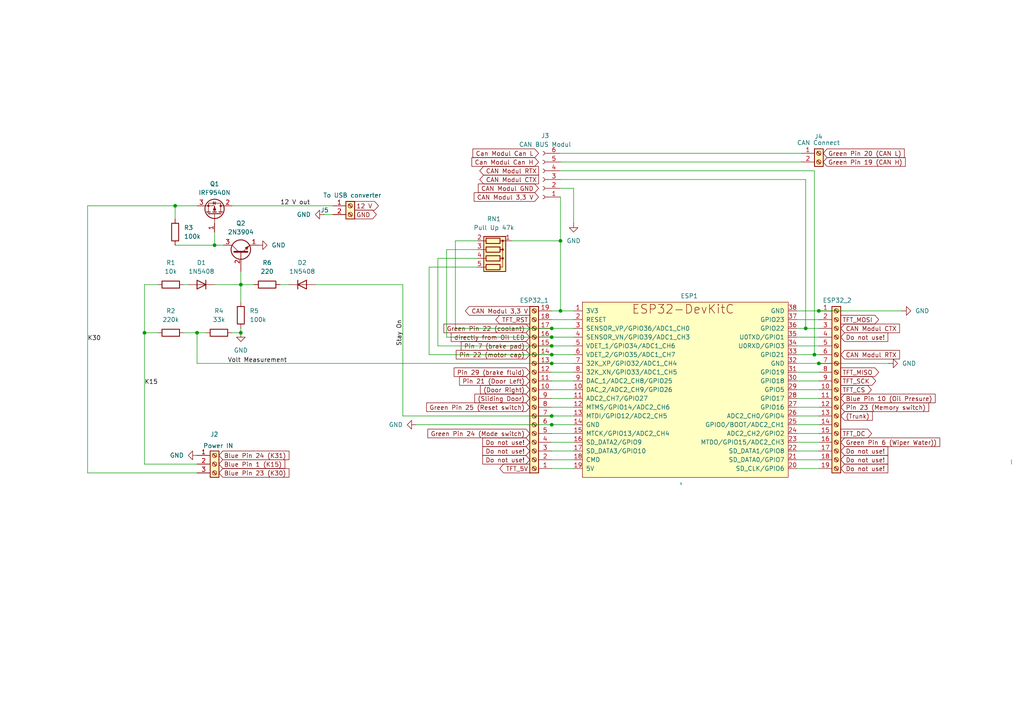
<source format=kicad_sch>
(kicad_sch (version 20231120) (generator "eeschema") (generator_version "8.0")
  (paper "A4")
  (lib_symbols
    (symbol "Connector:Conn_01x06_Socket" (pin_names (offset 1.016) hide)
      (property "Reference" "J" (at 0 7.62 0))
      (property "Value" "Conn_01x06_Socket" (at 0 -10.16 0))
      (symbol "Conn_01x06_Socket_1_1"
        (arc (start 0 -7.112) (mid -0.5058 -7.62) (end 0 -8.128) (stroke (width 0.1524)))
        (arc (start 0 -4.572) (mid -0.5058 -5.08) (end 0 -5.588) (stroke (width 0.1524)))
        (arc (start 0 -2.032) (mid -0.5058 -2.54) (end 0 -3.048) (stroke (width 0.1524)))
        (polyline (pts (xy -1.27 -7.62) (xy -0.508 -7.62)) (stroke (width 0.1524)))
        (polyline (pts (xy -1.27 -5.08) (xy -0.508 -5.08)) (stroke (width 0.1524)))
        (polyline (pts (xy -1.27 -2.54) (xy -0.508 -2.54)) (stroke (width 0.1524)))
        (polyline (pts (xy -1.27 0) (xy -0.508 0)) (stroke (width 0.1524)))
        (polyline (pts (xy -1.27 2.54) (xy -0.508 2.54)) (stroke (width 0.1524)))
        (polyline (pts (xy -1.27 5.08) (xy -0.508 5.08)) (stroke (width 0.1524)))
        (arc (start 0 0.508) (mid -0.5058 0) (end 0 -0.508) (stroke (width 0.1524)))
        (arc (start 0 3.048) (mid -0.5058 2.54) (end 0 2.032) (stroke (width 0.1524)))
        (arc (start 0 5.588) (mid -0.5058 5.08) (end 0 4.572) (stroke (width 0.1524)))
        (pin passive line (at -5.08 5.08 0) (length 3.81) (name "Pin_1") (number "1"))
        (pin passive line (at -5.08 2.54 0) (length 3.81) (name "Pin_2") (number "2"))
        (pin passive line (at -5.08 0 0) (length 3.81) (name "Pin_3") (number "3"))
        (pin passive line (at -5.08 -2.54 0) (length 3.81) (name "Pin_4") (number "4"))
        (pin passive line (at -5.08 -5.08 0) (length 3.81) (name "Pin_5") (number "5"))
        (pin passive line (at -5.08 -7.62 0) (length 3.81) (name "Pin_6") (number "6"))
      )
    )
    (symbol "Connector:Screw_Terminal_01x02" (pin_names (offset 1.016) hide)
      (property "Reference" "J" (at 0 2.54 0))
      (property "Value" "Screw_Terminal_01x02" (at 0 -5.08 0))
      (symbol "Screw_Terminal_01x02_1_1"
        (rectangle (start -1.27 1.27) (end 1.27 -3.81) (stroke (width 0.254)) (fill (type background)))
        (circle (center 0 -2.54) (radius 0.635) (stroke (width 0.1524)))
        (polyline (pts (xy -0.5334 -2.2098) (xy 0.3302 -3.048)) (stroke (width 0.1524)))
        (polyline (pts (xy -0.5334 0.3302) (xy 0.3302 -0.508)) (stroke (width 0.1524)))
        (polyline (pts (xy -0.3556 -2.032) (xy 0.508 -2.8702)) (stroke (width 0.1524)))
        (polyline (pts (xy -0.3556 0.508) (xy 0.508 -0.3302)) (stroke (width 0.1524)))
        (circle (center 0 0) (radius 0.635) (stroke (width 0.1524)))
        (pin passive line (at -5.08 0 0) (length 3.81) (name "Pin_1") (number "1"))
        (pin passive line (at -5.08 -2.54 0) (length 3.81) (name "Pin_2") (number "2"))
      )
    )
    (symbol "Connector:Screw_Terminal_01x03" (pin_names (offset 1.016) hide)
      (property "Reference" "J" (at 0 5.08 0))
      (property "Value" "Screw_Terminal_01x03" (at 0 -5.08 0))
      (symbol "Screw_Terminal_01x03_1_1"
        (rectangle (start -1.27 3.81) (end 1.27 -3.81) (stroke (width 0.254)) (fill (type background)))
        (circle (center 0 -2.54) (radius 0.635) (stroke (width 0.1524)))
        (polyline (pts (xy -0.5334 -2.2098) (xy 0.3302 -3.048)) (stroke (width 0.1524)))
        (polyline (pts (xy -0.5334 0.3302) (xy 0.3302 -0.508)) (stroke (width 0.1524)))
        (polyline (pts (xy -0.5334 2.8702) (xy 0.3302 2.032)) (stroke (width 0.1524)))
        (polyline (pts (xy -0.3556 -2.032) (xy 0.508 -2.8702)) (stroke (width 0.1524)))
        (polyline (pts (xy -0.3556 0.508) (xy 0.508 -0.3302)) (stroke (width 0.1524)))
        (polyline (pts (xy -0.3556 3.048) (xy 0.508 2.2098)) (stroke (width 0.1524)))
        (circle (center 0 0) (radius 0.635) (stroke (width 0.1524)))
        (circle (center 0 2.54) (radius 0.635) (stroke (width 0.1524)))
        (pin passive line (at -5.08 2.54 0) (length 3.81) (name "Pin_1") (number "1"))
        (pin passive line (at -5.08 0 0) (length 3.81) (name "Pin_2") (number "2"))
        (pin passive line (at -5.08 -2.54 0) (length 3.81) (name "Pin_3") (number "3"))
      )
    )
    (symbol "Connector:Screw_Terminal_01x19" (pin_names (offset 1.016) hide)
      (property "Reference" "J" (at 0 25.4 0))
      (property "Value" "Screw_Terminal_01x19" (at 0 -25.4 0))
      (symbol "Screw_Terminal_01x19_1_1"
        (rectangle (start -1.27 24.13) (end 1.27 -24.13) (stroke (width 0.254)) (fill (type background)))
        (circle (center 0 -22.86) (radius 0.635) (stroke (width 0.1524)))
        (circle (center 0 -20.32) (radius 0.635) (stroke (width 0.1524)))
        (circle (center 0 -17.78) (radius 0.635) (stroke (width 0.1524)))
        (circle (center 0 -15.24) (radius 0.635) (stroke (width 0.1524)))
        (circle (center 0 -12.7) (radius 0.635) (stroke (width 0.1524)))
        (circle (center 0 -10.16) (radius 0.635) (stroke (width 0.1524)))
        (circle (center 0 -7.62) (radius 0.635) (stroke (width 0.1524)))
        (circle (center 0 -5.08) (radius 0.635) (stroke (width 0.1524)))
        (circle (center 0 -2.54) (radius 0.635) (stroke (width 0.1524)))
        (polyline (pts (xy -0.5334 -22.5298) (xy 0.3302 -23.368)) (stroke (width 0.1524)))
        (polyline (pts (xy -0.5334 -19.9898) (xy 0.3302 -20.828)) (stroke (width 0.1524)))
        (polyline (pts (xy -0.5334 -17.4498) (xy 0.3302 -18.288)) (stroke (width 0.1524)))
        (polyline (pts (xy -0.5334 -14.9098) (xy 0.3302 -15.748)) (stroke (width 0.1524)))
        (polyline (pts (xy -0.5334 -12.3698) (xy 0.3302 -13.208)) (stroke (width 0.1524)))
        (polyline (pts (xy -0.5334 -9.8298) (xy 0.3302 -10.668)) (stroke (width 0.1524)))
        (polyline (pts (xy -0.5334 -7.2898) (xy 0.3302 -8.128)) (stroke (width 0.1524)))
        (polyline (pts (xy -0.5334 -4.7498) (xy 0.3302 -5.588)) (stroke (width 0.1524)))
        (polyline (pts (xy -0.5334 -2.2098) (xy 0.3302 -3.048)) (stroke (width 0.1524)))
        (polyline (pts (xy -0.5334 0.3302) (xy 0.3302 -0.508)) (stroke (width 0.1524)))
        (polyline (pts (xy -0.5334 2.8702) (xy 0.3302 2.032)) (stroke (width 0.1524)))
        (polyline (pts (xy -0.5334 5.4102) (xy 0.3302 4.572)) (stroke (width 0.1524)))
        (polyline (pts (xy -0.5334 7.9502) (xy 0.3302 7.112)) (stroke (width 0.1524)))
        (polyline (pts (xy -0.5334 10.4902) (xy 0.3302 9.652)) (stroke (width 0.1524)))
        (polyline (pts (xy -0.5334 13.0302) (xy 0.3302 12.192)) (stroke (width 0.1524)))
        (polyline (pts (xy -0.5334 15.5702) (xy 0.3302 14.732)) (stroke (width 0.1524)))
        (polyline (pts (xy -0.5334 18.1102) (xy 0.3302 17.272)) (stroke (width 0.1524)))
        (polyline (pts (xy -0.5334 20.6502) (xy 0.3302 19.812)) (stroke (width 0.1524)))
        (polyline (pts (xy -0.5334 23.1902) (xy 0.3302 22.352)) (stroke (width 0.1524)))
        (polyline (pts (xy -0.3556 -22.352) (xy 0.508 -23.1902)) (stroke (width 0.1524)))
        (polyline (pts (xy -0.3556 -19.812) (xy 0.508 -20.6502)) (stroke (width 0.1524)))
        (polyline (pts (xy -0.3556 -17.272) (xy 0.508 -18.1102)) (stroke (width 0.1524)))
        (polyline (pts (xy -0.3556 -14.732) (xy 0.508 -15.5702)) (stroke (width 0.1524)))
        (polyline (pts (xy -0.3556 -12.192) (xy 0.508 -13.0302)) (stroke (width 0.1524)))
        (polyline (pts (xy -0.3556 -9.652) (xy 0.508 -10.4902)) (stroke (width 0.1524)))
        (polyline (pts (xy -0.3556 -7.112) (xy 0.508 -7.9502)) (stroke (width 0.1524)))
        (polyline (pts (xy -0.3556 -4.572) (xy 0.508 -5.4102)) (stroke (width 0.1524)))
        (polyline (pts (xy -0.3556 -2.032) (xy 0.508 -2.8702)) (stroke (width 0.1524)))
        (polyline (pts (xy -0.3556 0.508) (xy 0.508 -0.3302)) (stroke (width 0.1524)))
        (polyline (pts (xy -0.3556 3.048) (xy 0.508 2.2098)) (stroke (width 0.1524)))
        (polyline (pts (xy -0.3556 5.588) (xy 0.508 4.7498)) (stroke (width 0.1524)))
        (polyline (pts (xy -0.3556 8.128) (xy 0.508 7.2898)) (stroke (width 0.1524)))
        (polyline (pts (xy -0.3556 10.668) (xy 0.508 9.8298)) (stroke (width 0.1524)))
        (polyline (pts (xy -0.3556 13.208) (xy 0.508 12.3698)) (stroke (width 0.1524)))
        (polyline (pts (xy -0.3556 15.748) (xy 0.508 14.9098)) (stroke (width 0.1524)))
        (polyline (pts (xy -0.3556 18.288) (xy 0.508 17.4498)) (stroke (width 0.1524)))
        (polyline (pts (xy -0.3556 20.828) (xy 0.508 19.9898)) (stroke (width 0.1524)))
        (polyline (pts (xy -0.3556 23.368) (xy 0.508 22.5298)) (stroke (width 0.1524)))
        (circle (center 0 0) (radius 0.635) (stroke (width 0.1524)))
        (circle (center 0 2.54) (radius 0.635) (stroke (width 0.1524)))
        (circle (center 0 5.08) (radius 0.635) (stroke (width 0.1524)))
        (circle (center 0 7.62) (radius 0.635) (stroke (width 0.1524)))
        (circle (center 0 10.16) (radius 0.635) (stroke (width 0.1524)))
        (circle (center 0 12.7) (radius 0.635) (stroke (width 0.1524)))
        (circle (center 0 15.24) (radius 0.635) (stroke (width 0.1524)))
        (circle (center 0 17.78) (radius 0.635) (stroke (width 0.1524)))
        (circle (center 0 20.32) (radius 0.635) (stroke (width 0.1524)))
        (circle (center 0 22.86) (radius 0.635) (stroke (width 0.1524)))
        (pin passive line (at -5.08 22.86 0) (length 3.81) (name "Pin_1") (number "1"))
        (pin passive line (at -5.08 0 0) (length 3.81) (name "Pin_10") (number "10"))
        (pin passive line (at -5.08 -2.54 0) (length 3.81) (name "Pin_11") (number "11"))
        (pin passive line (at -5.08 -5.08 0) (length 3.81) (name "Pin_12") (number "12"))
        (pin passive line (at -5.08 -7.62 0) (length 3.81) (name "Pin_13") (number "13"))
        (pin passive line (at -5.08 -10.16 0) (length 3.81) (name "Pin_14") (number "14"))
        (pin passive line (at -5.08 -12.7 0) (length 3.81) (name "Pin_15") (number "15"))
        (pin passive line (at -5.08 -15.24 0) (length 3.81) (name "Pin_16") (number "16"))
        (pin passive line (at -5.08 -17.78 0) (length 3.81) (name "Pin_17") (number "17"))
        (pin passive line (at -5.08 -20.32 0) (length 3.81) (name "Pin_18") (number "18"))
        (pin passive line (at -5.08 -22.86 0) (length 3.81) (name "Pin_19") (number "19"))
        (pin passive line (at -5.08 20.32 0) (length 3.81) (name "Pin_2") (number "2"))
        (pin passive line (at -5.08 17.78 0) (length 3.81) (name "Pin_3") (number "3"))
        (pin passive line (at -5.08 15.24 0) (length 3.81) (name "Pin_4") (number "4"))
        (pin passive line (at -5.08 12.7 0) (length 3.81) (name "Pin_5") (number "5"))
        (pin passive line (at -5.08 10.16 0) (length 3.81) (name "Pin_6") (number "6"))
        (pin passive line (at -5.08 7.62 0) (length 3.81) (name "Pin_7") (number "7"))
        (pin passive line (at -5.08 5.08 0) (length 3.81) (name "Pin_8") (number "8"))
        (pin passive line (at -5.08 2.54 0) (length 3.81) (name "Pin_9") (number "9"))
      )
    )
    (symbol "Device:R" (pin_numbers hide) (pin_names (offset 0))
      (property "Reference" "R" (at 2.032 0 90))
      (property "Value" "R" (at 0 0 90))
      (symbol "R_0_1"
        (rectangle (start -1.016 -2.54) (end 1.016 2.54) (stroke (width 0.254)))
      )
      (symbol "R_1_1"
        (pin passive line (at 0 3.81 270) (length 1.27) (name "~") (number "1"))
        (pin passive line (at 0 -3.81 90) (length 1.27) (name "~") (number "2"))
      )
    )
    (symbol "Device:R_Network04" (pin_names (offset 0) hide)
      (property "Reference" "RN" (at -7.62 0 90))
      (property "Value" "R_Network04" (at 5.08 0 90))
      (symbol "R_Network04_0_1"
        (rectangle (start -6.35 -3.175) (end 3.81 3.175) (stroke (width 0.254)) (fill (type background)))
        (rectangle (start -5.842 1.524) (end -4.318 -2.54) (stroke (width 0.254)))
        (circle (center -5.08 2.286) (radius 0.254) (fill (type outline)))
        (rectangle (start -3.302 1.524) (end -1.778 -2.54) (stroke (width 0.254)))
        (circle (center -2.54 2.286) (radius 0.254) (fill (type outline)))
        (rectangle (start -0.762 1.524) (end 0.762 -2.54) (stroke (width 0.254)))
        (polyline (pts (xy -5.08 -2.54) (xy -5.08 -3.81)))
        (polyline (pts (xy -2.54 -2.54) (xy -2.54 -3.81)))
        (polyline (pts (xy 0 -2.54) (xy 0 -3.81)))
        (polyline (pts (xy 2.54 -2.54) (xy 2.54 -3.81)))
        (polyline (pts (xy -5.08 1.524) (xy -5.08 2.286) (xy -2.54 2.286) (xy -2.54 1.524)))
        (polyline (pts (xy -2.54 1.524) (xy -2.54 2.286) (xy 0 2.286) (xy 0 1.524)))
        (polyline (pts (xy 0 1.524) (xy 0 2.286) (xy 2.54 2.286) (xy 2.54 1.524)))
        (circle (center 0 2.286) (radius 0.254) (fill (type outline)))
        (rectangle (start 1.778 1.524) (end 3.302 -2.54) (stroke (width 0.254)))
      )
      (symbol "R_Network04_1_1"
        (pin passive line (at -5.08 5.08 270) (length 2.54) (name "common") (number "1"))
        (pin passive line (at -5.08 -5.08 90) (length 1.27) (name "R1") (number "2"))
        (pin passive line (at -2.54 -5.08 90) (length 1.27) (name "R2") (number "3"))
        (pin passive line (at 0 -5.08 90) (length 1.27) (name "R3") (number "4"))
        (pin passive line (at 2.54 -5.08 90) (length 1.27) (name "R4") (number "5"))
      )
    )
    (symbol "Diode:1N5408" (pin_numbers hide) (pin_names hide)
      (property "Reference" "D" (at 0 2.54 0))
      (property "Value" "1N5408" (at 0 -2.54 0))
      (symbol "1N5408_0_1"
        (polyline (pts (xy -1.27 1.27) (xy -1.27 -1.27)) (stroke (width 0.254)))
        (polyline (pts (xy 1.27 0) (xy -1.27 0)))
        (polyline (pts (xy 1.27 1.27) (xy 1.27 -1.27) (xy -1.27 0) (xy 1.27 1.27)) (stroke (width 0.254)))
      )
      (symbol "1N5408_1_1"
        (pin passive line (at -3.81 0 0) (length 2.54) (name "K") (number "1"))
        (pin passive line (at 3.81 0 180) (length 2.54) (name "A") (number "2"))
      )
    )
    (symbol "PCM_Espressif:ESP32-DevKitC" (pin_names (offset 1.016))
      (property "Reference" "ESP32" (at -2.794 23.114 0))
      (symbol "ESP32-DevKitC_0_0"
        (text "ESP32-DevKitC" (at 1.27 -23.368 0) (effects (font (size 2.54 2.54))))
        (pin power_in line (at 33.02 10.16 180) (length 2.54) (name "GND") (number "14"))
        (pin power_in line (at 33.02 22.86 180) (length 2.54) (name "5V") (number "19"))
      )
      (symbol "ESP32-DevKitC_0_1"
        (rectangle (start -29.21 25.4) (end 30.48 -25.4) (fill (type background)))
      )
      (symbol "ESP32-DevKitC_1_1"
        (pin power_in line (at 33.02 -22.86 180) (length 2.54) (name "3V3") (number "1"))
        (pin bidirectional line (at 33.02 0 180) (length 2.54) (name "DAC_2/ADC2_CH9/GPIO26") (number "10"))
        (pin bidirectional line (at 33.02 2.54 180) (length 2.54) (name "ADC2_CH7/GPIO27") (number "11"))
        (pin bidirectional line (at 33.02 5.08 180) (length 2.54) (name "MTMS/GPIO14/ADC2_CH6") (number "12"))
        (pin bidirectional line (at 33.02 7.62 180) (length 2.54) (name "MTDI/GPIO12/ADC2_CH5") (number "13"))
        (pin bidirectional line (at 33.02 12.7 180) (length 2.54) (name "MTCK/GPIO13/ADC2_CH4") (number "15"))
        (pin bidirectional line (at 33.02 15.24 180) (length 2.54) (name "SD_DATA2/GPIO9") (number "16"))
        (pin bidirectional line (at 33.02 17.78 180) (length 2.54) (name "SD_DATA3/GPIO10") (number "17"))
        (pin bidirectional line (at 33.02 20.32 180) (length 2.54) (name "CMD") (number "18"))
        (pin input line (at 33.02 -20.32 180) (length 2.54) (name "RESET") (number "2"))
        (pin bidirectional line (at -31.75 22.86 0) (length 2.54) (name "SD_CLK/GPIO6") (number "20"))
        (pin bidirectional line (at -31.75 20.32 0) (length 2.54) (name "SD_DATA0/GPIO7") (number "21"))
        (pin bidirectional line (at -31.75 17.78 0) (length 2.54) (name "SD_DATA1/GPIO8") (number "22"))
        (pin bidirectional line (at -31.75 15.24 0) (length 2.54) (name "MTDO/GPIO15/ADC2_CH3") (number "23"))
        (pin bidirectional line (at -31.75 12.7 0) (length 2.54) (name "ADC2_CH2/GPIO2") (number "24"))
        (pin bidirectional line (at -31.75 10.16 0) (length 2.54) (name "GPIO0/BOOT/ADC2_CH1") (number "25"))
        (pin bidirectional line (at -31.75 7.62 0) (length 2.54) (name "ADC2_CH0/GPIO4") (number "26"))
        (pin bidirectional line (at -31.75 5.08 0) (length 2.54) (name "GPIO16") (number "27"))
        (pin bidirectional line (at -31.75 2.54 0) (length 2.54) (name "GPIO17") (number "28"))
        (pin bidirectional line (at -31.75 0 0) (length 2.54) (name "GPIO5") (number "29"))
        (pin input line (at 33.02 -17.78 180) (length 2.54) (name "SENSOR_VP/GPIO36/ADC1_CH0") (number "3"))
        (pin bidirectional line (at -31.75 -2.54 0) (length 2.54) (name "GPIO18") (number "30"))
        (pin bidirectional line (at -31.75 -5.08 0) (length 2.54) (name "GPIO19") (number "31"))
        (pin passive line (at -31.75 -7.62 0) (length 2.54) (name "GND") (number "32"))
        (pin bidirectional line (at -31.75 -10.16 0) (length 2.54) (name "GPIO21") (number "33"))
        (pin bidirectional line (at -31.75 -12.7 0) (length 2.54) (name "U0RXD/GPIO3") (number "34"))
        (pin bidirectional line (at -31.75 -15.24 0) (length 2.54) (name "U0TXD/GPIO1") (number "35"))
        (pin bidirectional line (at -31.75 -17.78 0) (length 2.54) (name "GPIO22") (number "36"))
        (pin bidirectional line (at -31.75 -20.32 0) (length 2.54) (name "GPIO23") (number "37"))
        (pin passive line (at -31.75 -22.86 0) (length 2.54) (name "GND") (number "38"))
        (pin input line (at 33.02 -15.24 180) (length 2.54) (name "SENSOR_VN/GPIO39/ADC1_CH3") (number "4"))
        (pin input line (at 33.02 -12.7 180) (length 2.54) (name "VDET_1/GPIO34/ADC1_CH6") (number "5"))
        (pin input line (at 33.02 -10.16 180) (length 2.54) (name "VDET_2/GPIO35/ADC1_CH7") (number "6"))
        (pin bidirectional line (at 33.02 -7.62 180) (length 2.54) (name "32K_XP/GPIO32/ADC1_CH4") (number "7"))
        (pin bidirectional line (at 33.02 -5.08 180) (length 2.54) (name "32K_XN/GPIO33/ADC1_CH5") (number "8"))
        (pin bidirectional line (at 33.02 -2.54 180) (length 2.54) (name "DAC_1/ADC2_CH8/GPIO25") (number "9"))
      )
    )
    (symbol "Transistor_BJT:2N3904" (pin_names (offset 0) hide)
      (property "Reference" "Q" (at 5.08 1.905 0))
      (property "Value" "2N3904" (at 5.08 0 0))
      (symbol "2N3904_0_1"
        (polyline (pts (xy 0.635 0.635) (xy 2.54 2.54)))
        (polyline (pts (xy 0.635 -0.635) (xy 2.54 -2.54) (xy 2.54 -2.54)))
        (polyline (pts (xy 0.635 1.905) (xy 0.635 -1.905) (xy 0.635 -1.905)) (stroke (width 0.508)))
        (polyline (pts (xy 1.27 -1.778) (xy 1.778 -1.27) (xy 2.286 -2.286) (xy 1.27 -1.778) (xy 1.27 -1.778)) (fill (type outline)))
        (circle (center 1.27 0) (radius 2.8194) (stroke (width 0.254)))
      )
      (symbol "2N3904_1_1"
        (pin passive line (at 2.54 -5.08 90) (length 2.54) (name "E") (number "1"))
        (pin passive line (at -5.08 0 0) (length 5.715) (name "B") (number "2"))
        (pin passive line (at 2.54 5.08 270) (length 2.54) (name "C") (number "3"))
      )
    )
    (symbol "Transistor_FET:IRF9540N" (pin_names hide)
      (property "Reference" "Q" (at 5.08 1.905 0))
      (property "Value" "IRF9540N" (at 5.08 0 0))
      (symbol "IRF9540N_0_1"
        (polyline (pts (xy 0.254 0) (xy -2.54 0)))
        (polyline (pts (xy 0.254 1.905) (xy 0.254 -1.905)) (stroke (width 0.254)))
        (polyline (pts (xy 0.762 -1.27) (xy 0.762 -2.286)) (stroke (width 0.254)))
        (polyline (pts (xy 0.762 0.508) (xy 0.762 -0.508)) (stroke (width 0.254)))
        (polyline (pts (xy 0.762 2.286) (xy 0.762 1.27)) (stroke (width 0.254)))
        (polyline (pts (xy 2.54 2.54) (xy 2.54 1.778)))
        (polyline (pts (xy 2.54 -2.54) (xy 2.54 0) (xy 0.762 0)))
        (polyline (pts (xy 0.762 1.778) (xy 3.302 1.778) (xy 3.302 -1.778) (xy 0.762 -1.778)))
        (polyline (pts (xy 2.286 0) (xy 1.27 0.381) (xy 1.27 -0.381) (xy 2.286 0)) (fill (type outline)))
        (polyline (pts (xy 2.794 -0.508) (xy 2.921 -0.381) (xy 3.683 -0.381) (xy 3.81 -0.254)))
        (polyline (pts (xy 3.302 -0.381) (xy 2.921 0.254) (xy 3.683 0.254) (xy 3.302 -0.381)))
        (circle (center 1.651 0) (radius 2.794) (stroke (width 0.254)))
        (circle (center 2.54 -1.778) (radius 0.254) (fill (type outline)))
        (circle (center 2.54 1.778) (radius 0.254) (fill (type outline)))
      )
      (symbol "IRF9540N_1_1"
        (pin input line (at -5.08 0 0) (length 2.54) (name "G") (number "1"))
        (pin passive line (at 2.54 5.08 270) (length 2.54) (name "D") (number "2"))
        (pin passive line (at 2.54 -5.08 90) (length 2.54) (name "S") (number "3"))
      )
    )
    (symbol "power:GND" (power) (pin_numbers hide) (pin_names (offset 0) hide)
      (property "Value" "GND" (at 0 -3.81 0))
      (symbol "GND_0_1"
        (polyline (pts (xy 0 0) (xy 0 -1.27) (xy 1.27 -1.27) (xy 0 -2.54) (xy -1.27 -1.27) (xy 0 -1.27)))
      )
      (symbol "GND_1_1"
        (pin power_in line (at 0 0 270) (length 0) (name "~") (number "1"))
      )
    )
  )
  (junction (at 160.02 102.87))
  (junction (at 160.02 123.19))
  (junction (at 160.02 120.65))
  (junction (at 233.68 95.25))
  (junction (at 237.49 90.17))
  (junction (at 162.56 69.85))
  (junction (at 41.91 96.52))
  (junction (at 237.49 105.41))
  (junction (at 160.02 105.41))
  (junction (at 160.02 95.25))
  (junction (at 50.8 59.69))
  (junction (at 57.15 96.52))
  (junction (at 69.85 82.55))
  (junction (at 162.56 90.17))
  (junction (at 69.85 96.52))
  (junction (at 62.23 71.12))
  (junction (at 236.22 102.87))
  (junction (at 160.02 100.33))
  (junction (at 160.02 97.79))
  (wire (pts (xy 64.77 71.12) (xy 62.23 71.12)))
  (wire (pts (xy 50.8 59.69) (xy 50.8 63.5)))
  (wire (pts (xy 166.37 133.35) (xy 160.02 133.35)))
  (wire (pts (xy 57.15 105.41) (xy 160.02 105.41)))
  (wire (pts (xy 81.28 82.55) (xy 83.82 82.55)))
  (wire (pts (xy 120.65 123.19) (xy 160.02 123.19)))
  (wire (pts (xy 237.49 115.57) (xy 231.14 115.57)))
  (wire (pts (xy 162.56 69.85) (xy 162.56 90.17)))
  (wire (pts (xy 127 74.93) (xy 138.43 74.93)))
  (wire (pts (xy 237.49 105.41) (xy 257.81 105.41)))
  (wire (pts (xy 237.49 120.65) (xy 231.14 120.65)))
  (wire (pts (xy 162.56 44.45) (xy 232.41 44.45)))
  (wire (pts (xy 41.91 82.55) (xy 45.72 82.55)))
  (wire (pts (xy 162.56 46.99) (xy 232.41 46.99)))
  (wire (pts (xy 25.4 59.69) (xy 50.8 59.69)))
  (wire (pts (xy 57.15 134.62) (xy 41.91 134.62)))
  (wire (pts (xy 166.37 130.81) (xy 160.02 130.81)))
  (wire (pts (xy 237.49 133.35) (xy 231.14 133.35)))
  (wire (pts (xy 69.85 82.55) (xy 73.66 82.55)))
  (wire (pts (xy 132.08 69.85) (xy 138.43 69.85)))
  (wire (pts (xy 233.68 52.07) (xy 162.56 52.07)))
  (wire (pts (xy 231.14 90.17) (xy 237.49 90.17)))
  (wire (pts (xy 62.23 67.31) (xy 62.23 71.12)))
  (wire (pts (xy 237.49 118.11) (xy 231.14 118.11)))
  (wire (pts (xy 233.68 52.07) (xy 233.68 95.25)))
  (wire (pts (xy 57.15 137.16) (xy 25.4 137.16)))
  (wire (pts (xy 132.08 95.25) (xy 160.02 95.25)))
  (wire (pts (xy 41.91 96.52) (xy 45.72 96.52)))
  (wire (pts (xy 166.37 92.71) (xy 160.02 92.71)))
  (wire (pts (xy 160.02 123.19) (xy 166.37 123.19)))
  (wire (pts (xy 237.49 130.81) (xy 231.14 130.81)))
  (wire (pts (xy 293.37 134.62) (xy 293.37 133.35)))
  (wire (pts (xy 67.31 59.69) (xy 96.52 59.69)))
  (wire (pts (xy 237.49 125.73) (xy 231.14 125.73)))
  (wire (pts (xy 160.02 100.33) (xy 166.37 100.33)))
  (wire (pts (xy 160.02 120.65) (xy 166.37 120.65)))
  (wire (pts (xy 162.56 90.17) (xy 160.02 90.17)))
  (wire (pts (xy 236.22 49.53) (xy 236.22 102.87)))
  (wire (pts (xy 69.85 82.55) (xy 69.85 87.63)))
  (wire (pts (xy 166.37 128.27) (xy 160.02 128.27)))
  (wire (pts (xy 148.59 69.85) (xy 162.56 69.85)))
  (wire (pts (xy 67.31 96.52) (xy 69.85 96.52)))
  (wire (pts (xy 166.37 54.61) (xy 166.37 64.77)))
  (wire (pts (xy 50.8 59.69) (xy 57.15 59.69)))
  (wire (pts (xy 166.37 125.73) (xy 160.02 125.73)))
  (wire (pts (xy 231.14 95.25) (xy 233.68 95.25)))
  (wire (pts (xy 124.46 102.87) (xy 160.02 102.87)))
  (wire (pts (xy 69.85 95.25) (xy 69.85 96.52)))
  (wire (pts (xy 127 100.33) (xy 160.02 100.33)))
  (wire (pts (xy 166.37 118.11) (xy 160.02 118.11)))
  (wire (pts (xy 53.34 82.55) (xy 54.61 82.55)))
  (wire (pts (xy 237.49 128.27) (xy 231.14 128.27)))
  (wire (pts (xy 237.49 135.89) (xy 231.14 135.89)))
  (wire (pts (xy 160.02 102.87) (xy 166.37 102.87)))
  (wire (pts (xy 129.54 72.39) (xy 138.43 72.39)))
  (wire (pts (xy 166.37 90.17) (xy 162.56 90.17)))
  (wire (pts (xy 231.14 102.87) (xy 236.22 102.87)))
  (wire (pts (xy 41.91 82.55) (xy 41.91 96.52)))
  (wire (pts (xy 62.23 82.55) (xy 69.85 82.55)))
  (wire (pts (xy 116.84 120.65) (xy 160.02 120.65)))
  (wire (pts (xy 237.49 110.49) (xy 231.14 110.49)))
  (wire (pts (xy 57.15 96.52) (xy 59.69 96.52)))
  (wire (pts (xy 91.44 82.55) (xy 116.84 82.55)))
  (wire (pts (xy 162.56 57.15) (xy 162.56 69.85)))
  (wire (pts (xy 129.54 72.39) (xy 129.54 97.79)))
  (wire (pts (xy 116.84 82.55) (xy 116.84 120.65)))
  (wire (pts (xy 233.68 95.25) (xy 237.49 95.25)))
  (wire (pts (xy 162.56 54.61) (xy 166.37 54.61)))
  (wire (pts (xy 129.54 97.79) (xy 160.02 97.79)))
  (wire (pts (xy 237.49 100.33) (xy 231.14 100.33)))
  (wire (pts (xy 237.49 107.95) (xy 231.14 107.95)))
  (wire (pts (xy 237.49 123.19) (xy 231.14 123.19)))
  (wire (pts (xy 124.46 77.47) (xy 138.43 77.47)))
  (wire (pts (xy 166.37 110.49) (xy 160.02 110.49)))
  (wire (pts (xy 53.34 96.52) (xy 57.15 96.52)))
  (wire (pts (xy 166.37 135.89) (xy 160.02 135.89)))
  (wire (pts (xy 231.14 105.41) (xy 237.49 105.41)))
  (wire (pts (xy 162.56 49.53) (xy 236.22 49.53)))
  (wire (pts (xy 50.8 71.12) (xy 62.23 71.12)))
  (wire (pts (xy 57.15 96.52) (xy 57.15 105.41)))
  (wire (pts (xy 237.49 97.79) (xy 231.14 97.79)))
  (wire (pts (xy 237.49 92.71) (xy 231.14 92.71)))
  (wire (pts (xy 160.02 97.79) (xy 166.37 97.79)))
  (wire (pts (xy 160.02 105.41) (xy 166.37 105.41)))
  (wire (pts (xy 96.52 62.23) (xy 93.98 62.23)))
  (wire (pts (xy 237.49 90.17) (xy 261.62 90.17)))
  (wire (pts (xy 237.49 113.03) (xy 231.14 113.03)))
  (wire (pts (xy 25.4 59.69) (xy 25.4 137.16)))
  (wire (pts (xy 69.85 78.74) (xy 69.85 82.55)))
  (wire (pts (xy 132.08 95.25) (xy 132.08 69.85)))
  (wire (pts (xy 236.22 102.87) (xy 237.49 102.87)))
  (wire (pts (xy 160.02 95.25) (xy 166.37 95.25)))
  (wire (pts (xy 41.91 96.52) (xy 41.91 134.62)))
  (wire (pts (xy 166.37 113.03) (xy 160.02 113.03)))
  (wire (pts (xy 124.46 77.47) (xy 124.46 102.87)))
  (wire (pts (xy 127 74.93) (xy 127 100.33)))
  (wire (pts (xy 166.37 107.95) (xy 160.02 107.95)))
  (wire (pts (xy 166.37 115.57) (xy 160.02 115.57)))
  (label "12 V out" (at 81.28 59.69 0))
  (label "Stay On" (at 116.84 100.33 90))
  (label "K30" (at 25.4 99.06 0))
  (label "K15" (at 41.91 111.76 0))
  (label "Volt Measurement" (at 66.04 105.41 0))
  (global_label "(Sliding Door)" (shape input) (at 153.67 115.57 180) (property "Intersheetrefs" "${INTERSHEET_REFS}" (effects (hide yes))))
  (global_label "(Trunk)" (shape input) (at 243.84 120.65 0) (property "Intersheetrefs" "${INTERSHEET_REFS}" (effects (hide yes))))
  (global_label "Pin 23 (Memory switch)" (shape input) (at 243.84 118.11 0) (property "Intersheetrefs" "${INTERSHEET_REFS}" (effects (hide yes))))
  (global_label "Do not use!" (shape input) (at 153.67 133.35 180) (property "Intersheetrefs" "${INTERSHEET_REFS}" (effects (hide yes))))
  (global_label "TFT_SCK" (shape output) (at 243.84 110.49 0) (property "Intersheetrefs" "${INTERSHEET_REFS}" (effects (hide yes))))
  (global_label "CAN Modul CTX" (shape input) (at 243.84 95.25 0) (property "Intersheetrefs" "${INTERSHEET_REFS}" (effects (hide yes))))
  (global_label "CAN Modul CTX" (shape output) (at 156.21 52.07 180) (property "Intersheetrefs" "${INTERSHEET_REFS}" (effects (hide yes))))
  (global_label "Pin 29 (brake fluid)" (shape input) (at 153.67 107.95 180) (property "Intersheetrefs" "${INTERSHEET_REFS}" (effects (hide yes))))
  (global_label "CAN Modul RTX" (shape output) (at 156.21 49.53 180) (property "Intersheetrefs" "${INTERSHEET_REFS}" (effects (hide yes))))
  (global_label "TFT_MOSI" (shape output) (at 243.84 92.71 0) (property "Intersheetrefs" "${INTERSHEET_REFS}" (effects (hide yes))))
  (global_label "Green Pin 19 (CAN H)" (shape input) (at 238.76 46.99 0) (property "Intersheetrefs" "${INTERSHEET_REFS}" (effects (hide yes))))
  (global_label "Green Pin 20 (CAN L)" (shape input) (at 238.76 44.45 0) (property "Intersheetrefs" "${INTERSHEET_REFS}" (effects (hide yes))))
  (global_label "TFT_CS" (shape output) (at 243.84 113.03 0) (property "Intersheetrefs" "${INTERSHEET_REFS}" (effects (hide yes))))
  (global_label "Do not use!" (shape input) (at 153.67 130.81 180) (property "Intersheetrefs" "${INTERSHEET_REFS}" (effects (hide yes))))
  (global_label "Do not use!" (shape input) (at 153.67 128.27 180) (property "Intersheetrefs" "${INTERSHEET_REFS}" (effects (hide yes))))
  (global_label "CAN Modul 3,3 V" (shape input) (at 156.21 57.15 180) (property "Intersheetrefs" "${INTERSHEET_REFS}" (effects (hide yes))))
  (global_label "directly from Oil LED" (shape input) (at 153.67 97.79 180) (property "Intersheetrefs" "${INTERSHEET_REFS}" (effects (hide yes))))
  (global_label "Pin 7 (brake pad)" (shape input) (at 153.67 100.33 180) (property "Intersheetrefs" "${INTERSHEET_REFS}" (effects (hide yes))))
  (global_label "Blue Pin 10 (Oil Presure)" (shape input) (at 243.84 115.57 0) (property "Intersheetrefs" "${INTERSHEET_REFS}" (effects (hide yes))))
  (global_label "CAN Modul GND" (shape input) (at 156.21 54.61 180) (property "Intersheetrefs" "${INTERSHEET_REFS}" (effects (hide yes))))
  (global_label "Pin 22 (motor cap)" (shape input) (at 153.67 102.87 180) (property "Intersheetrefs" "${INTERSHEET_REFS}" (effects (hide yes))))
  (global_label "Green Pin 24 (Mode switch)" (shape input) (at 153.67 125.73 180) (property "Intersheetrefs" "${INTERSHEET_REFS}" (effects (hide yes))))
  (global_label "Do not use!" (shape input) (at 243.84 97.79 0) (property "Intersheetrefs" "${INTERSHEET_REFS}" (effects (hide yes))))
  (global_label "TFT_5V" (shape output) (at 153.67 135.89 180) (property "Intersheetrefs" "${INTERSHEET_REFS}" (effects (hide yes))))
  (global_label "Green Pin 22 (coolant)" (shape input) (at 153.67 95.25 180) (property "Intersheetrefs" "${INTERSHEET_REFS}" (effects (hide yes))))
  (global_label "Can Modul Can L" (shape input) (at 156.21 44.45 180) (property "Intersheetrefs" "${INTERSHEET_REFS}" (effects (hide yes))))
  (global_label "Pin 21 (Door Left)" (shape input) (at 153.67 110.49 180) (property "Intersheetrefs" "${INTERSHEET_REFS}" (effects (hide yes))))
  (global_label "Can Modul Can H" (shape input) (at 156.21 46.99 180) (property "Intersheetrefs" "${INTERSHEET_REFS}" (effects (hide yes))))
  (global_label "Do not use!" (shape input) (at 243.84 135.89 0) (property "Intersheetrefs" "${INTERSHEET_REFS}" (effects (hide yes))))
  (global_label "(Door Right)" (shape input) (at 153.67 113.03 180) (property "Intersheetrefs" "${INTERSHEET_REFS}" (effects (hide yes))))
  (global_label "Do not use!" (shape input) (at 243.84 133.35 0) (property "Intersheetrefs" "${INTERSHEET_REFS}" (effects (hide yes))))
  (global_label "TFT_MISO" (shape output) (at 243.84 107.95 0) (property "Intersheetrefs" "${INTERSHEET_REFS}" (effects (hide yes))))
  (global_label "Blue Pin 1 (K15)" (shape input) (at 63.5 134.62 0) (property "Intersheetrefs" "${INTERSHEET_REFS}" (effects (hide yes))))
  (global_label "Green Pin 25 (Reset switch)" (shape input) (at 153.67 118.11 180) (property "Intersheetrefs" "${INTERSHEET_REFS}" (effects (hide yes))))
  (global_label "Do not use!" (shape input) (at 243.84 130.81 0) (property "Intersheetrefs" "${INTERSHEET_REFS}" (effects (hide yes))))
  (global_label "12 V" (shape output) (at 102.87 59.69 0) (property "Intersheetrefs" "${INTERSHEET_REFS}" (effects (hide yes))))
  (global_label "CAN Modul RTX" (shape input) (at 243.84 102.87 0) (property "Intersheetrefs" "${INTERSHEET_REFS}" (effects (hide yes))))
  (global_label "TFT_RST" (shape output) (at 153.67 92.71 180) (property "Intersheetrefs" "${INTERSHEET_REFS}" (effects (hide yes))))
  (global_label "TFT_DC" (shape output) (at 243.84 125.73 0) (property "Intersheetrefs" "${INTERSHEET_REFS}" (effects (hide yes))))
  (global_label "GND" (shape output) (at 102.87 62.23 0) (property "Intersheetrefs" "${INTERSHEET_REFS}" (effects (hide yes))))
  (global_label "Green Pin 6 (Wiper Water))" (shape input) (at 243.84 128.27 0) (property "Intersheetrefs" "${INTERSHEET_REFS}" (effects (hide yes))))
  (global_label "Blue Pin 24 (K31)" (shape input) (at 63.5 132.08 0) (property "Intersheetrefs" "${INTERSHEET_REFS}" (effects (hide yes))))
  (global_label "Blue Pin 23 (K30)" (shape input) (at 63.5 137.16 0) (property "Intersheetrefs" "${INTERSHEET_REFS}" (effects (hide yes))))
  (global_label "CAN Modul 3,3 V" (shape output) (at 153.67 90.17 180) (property "Intersheetrefs" "${INTERSHEET_REFS}" (effects (hide yes))))
  (symbol (lib_id "Diode:1N5408") (at 87.63 82.55 0) (unit 1)
    (property "Reference" "D2" (at 87.63 76.2 0))
    (property "Value" "1N5408" (at 87.63 78.74 0))
    (property "Footprint" "Diode_THT:D_DO-201AD_P15.24mm_Horizontal" (effects (hide yes)))
    (property "Datasheet" "http://www.vishay.com/docs/88516/1n5400.pdf" (effects (hide yes)))
    (property "Description" "1000V 3A General Purpose Rectifier Diode, DO-201AD" (effects (hide yes)))
    (property "Sim.Device" "D" (effects (hide yes)))
    (property "Sim.Pins" "1=K 2=A" (effects (hide yes)))
  )
  (symbol (lib_id "Connector:Screw_Terminal_01x19") (at 242.57 113.03 0) (unit 1)
    (property "Reference" "ESP32_2" (at 242.824 87.122 0))
    (property "Value" "Screw_Terminal_01x19" (effects (hide yes)))
    (property "Footprint" "Connector_Molex:Molex_SL_171971-0019_1x19_P2.54mm_Vertical" (effects (hide yes)))
    (property "Description" "Generic screw terminal, single row, 01x19, script generated (kicad-library-utils/schlib/autogen/connector/)" (effects (hide yes)))
  )
  (symbol (lib_id "Device:R") (at 77.47 82.55 90) (unit 1)
    (property "Reference" "R6" (at 77.47 76.2 90))
    (property "Value" "220" (at 77.47 78.74 90))
    (property "Footprint" "Resistor_THT:R_Axial_DIN0309_L9.0mm_D3.2mm_P12.70mm_Horizontal" (effects (hide yes)))
    (property "Description" "Resistor" (effects (hide yes)))
  )
  (symbol (lib_id "power:GND") (at 74.93 71.12 90) (unit 1)
    (property "Reference" "#PWR02" (effects (hide yes)))
    (property "Value" "GND" (at 78.74 71.1199 90) (effects (justify right)))
    (property "Description" "Power symbol creates a global label with name \"GND\" , ground" (effects (hide yes)))
  )
  (symbol (lib_id "Diode:1N5408") (at 58.42 82.55 180) (unit 1)
    (property "Reference" "D1" (at 58.42 76.2 0))
    (property "Value" "1N5408" (at 58.42 78.74 0))
    (property "Footprint" "Diode_THT:D_DO-201AD_P15.24mm_Horizontal" (effects (hide yes)))
    (property "Datasheet" "http://www.vishay.com/docs/88516/1n5400.pdf" (effects (hide yes)))
    (property "Description" "1000V 3A General Purpose Rectifier Diode, DO-201AD" (effects (hide yes)))
    (property "Sim.Device" "D" (effects (hide yes)))
    (property "Sim.Pins" "1=K 2=A" (effects (hide yes)))
  )
  (symbol (lib_id "power:GND") (at 69.85 96.52 0) (unit 1)
    (property "Reference" "#PWR03" (effects (hide yes)))
    (property "Value" "GND" (at 69.85 101.6 0))
    (property "Description" "Power symbol creates a global label with name \"GND\" , ground" (effects (hide yes)))
  )
  (symbol (lib_id "Connector:Conn_01x06_Socket") (at 157.48 52.07 180) (unit 1)
    (property "Reference" "J3" (at 158.115 39.37 0))
    (property "Value" "CAN BUS Modul" (at 158.115 41.91 0))
    (property "Footprint" "Connector_PinSocket_2.54mm:PinSocket_1x06_P2.54mm_Vertical" (effects (hide yes)))
    (property "Description" "Generic connector, single row, 01x06, script generated" (effects (hide yes)))
  )
  (symbol (lib_id "power:GND") (at 93.98 62.23 270) (unit 1)
    (property "Reference" "#PWR01" (effects (hide yes)))
    (property "Value" "GND" (at 90.17 62.2299 90) (effects (justify right)))
    (property "Description" "Power symbol creates a global label with name \"GND\" , ground" (effects (hide yes)))
  )
  (symbol (lib_id "Connector:Screw_Terminal_01x03") (at 62.23 134.62 0) (unit 1)
    (property "Reference" "J2" (at 60.96 125.984 0) (effects (justify left)))
    (property "Value" "Power IN" (at 58.928 129.286 0) (effects (justify left)))
    (property "Footprint" "Connector_Molex:Molex_KK-254_AE-6410-03A_1x03_P2.54mm_Vertical" (effects (hide yes)))
    (property "Description" "Generic screw terminal, single row, 01x03, script generated (kicad-library-utils/schlib/autogen/connector/)" (effects (hide yes)))
  )
  (symbol (lib_id "power:GND") (at 57.15 132.08 270) (unit 1)
    (property "Reference" "#PWR04" (effects (hide yes)))
    (property "Value" "GND" (at 53.34 132.0799 90) (effects (justify right)))
    (property "Description" "Power symbol creates a global label with name \"GND\" , ground" (effects (hide yes)))
  )
  (symbol (lib_id "Device:R") (at 63.5 96.52 90) (unit 1)
    (property "Reference" "R4" (at 63.5 90.17 90))
    (property "Value" "33k" (at 63.5 92.71 90))
    (property "Footprint" "Resistor_THT:R_Axial_DIN0309_L9.0mm_D3.2mm_P12.70mm_Horizontal" (effects (hide yes)))
    (property "Description" "Resistor" (effects (hide yes)))
  )
  (symbol (lib_id "Device:R") (at 49.53 82.55 90) (unit 1)
    (property "Reference" "R1" (at 49.53 76.2 90))
    (property "Value" "10k" (at 49.53 78.74 90))
    (property "Footprint" "Resistor_THT:R_Axial_DIN0309_L9.0mm_D3.2mm_P12.70mm_Horizontal" (effects (hide yes)))
    (property "Description" "Resistor" (effects (hide yes)))
  )
  (symbol (lib_id "Device:R_Network04") (at 143.51 74.93 270) (unit 1)
    (property "Reference" "RN1" (at 143.256 63.5 90))
    (property "Value" "Pull Up 47k" (at 143.256 66.04 90))
    (property "Footprint" "Resistor_THT:R_Array_SIP5" (effects (hide yes)))
    (property "Datasheet" "http://www.vishay.com/docs/31509/csc.pdf" (effects (hide yes)))
    (property "Description" "4 resistor network, star topology, bussed resistors, small symbol" (effects (hide yes)))
  )
  (symbol (lib_id "Device:R") (at 69.85 91.44 0) (unit 1)
    (property "Reference" "R5" (at 72.39 90.1699 0) (effects (justify left)))
    (property "Value" "100k" (at 72.39 92.7099 0) (effects (justify left)))
    (property "Footprint" "Resistor_THT:R_Axial_DIN0309_L9.0mm_D3.2mm_P12.70mm_Horizontal" (effects (hide yes)))
    (property "Description" "Resistor" (effects (hide yes)))
  )
  (symbol (lib_id "Connector:Screw_Terminal_01x02") (at 101.6 59.69 0) (unit 1)
    (property "Reference" "J5" (at 92.964 60.96 0) (effects (justify left)))
    (property "Value" "To USB converter" (at 93.726 56.642 0) (effects (justify left)))
    (property "Footprint" "Connector_Molex:Molex_KK-254_AE-6410-02A_1x02_P2.54mm_Vertical" (effects (hide yes)))
    (property "Description" "Generic screw terminal, single row, 01x02, script generated (kicad-library-utils/schlib/autogen/connector/)" (effects (hide yes)))
  )
  (symbol (lib_id "Transistor_FET:IRF9540N") (at 62.23 62.23 270) (mirror x) (unit 1)
    (property "Reference" "Q1" (at 62.23 53.34 90))
    (property "Value" "IRF9540N" (at 62.23 55.88 90))
    (property "Footprint" "Package_TO_SOT_THT:TO-220-3_Vertical" (effects (hide yes)))
    (property "Datasheet" "http://www.irf.com/product-info/datasheets/data/irf9540n.pdf" (effects (hide yes)))
    (property "Description" "-23A Id, -100V Vds, 117mOhm Rds, P-Channel HEXFET Power MOSFET, TO-220" (effects (hide yes)))
  )
  (symbol (lib_id "power:GND") (at 120.65 123.19 270) (unit 1)
    (property "Reference" "#PWR05" (effects (hide yes)))
    (property "Value" "GND" (at 116.84 123.1899 90) (effects (justify right)))
    (property "Description" "Power symbol creates a global label with name \"GND\" , ground" (effects (hide yes)))
  )
  (symbol (lib_id "Connector:Screw_Terminal_01x19") (at 154.94 113.03 180) (unit 1)
    (property "Reference" "ESP32_1" (at 154.94 87.122 0))
    (property "Value" "Screw_Terminal_01x19" (effects (hide yes)))
    (property "Footprint" "Connector_Molex:Molex_SL_171971-0019_1x19_P2.54mm_Vertical" (effects (hide yes)))
    (property "Description" "Generic screw terminal, single row, 01x19, script generated (kicad-library-utils/schlib/autogen/connector/)" (effects (hide yes)))
  )
  (symbol (lib_id "power:GND") (at 257.81 105.41 90) (unit 1)
    (property "Reference" "#PWR08" (effects (hide yes)))
    (property "Value" "GND" (at 261.62 105.4099 90) (effects (justify right)))
    (property "Description" "Power symbol creates a global label with name \"GND\" , ground" (effects (hide yes)))
  )
  (symbol (lib_id "power:GND") (at 166.37 64.77 0) (unit 1)
    (property "Reference" "#PWR06" (effects (hide yes)))
    (property "Value" "GND" (at 166.37 69.85 0))
    (property "Description" "Power symbol creates a global label with name \"GND\" , ground" (effects (hide yes)))
  )
  (symbol (lib_id "Device:R") (at 49.53 96.52 90) (unit 1)
    (property "Reference" "R2" (at 49.53 90.17 90))
    (property "Value" "220k" (at 49.53 92.71 90))
    (property "Footprint" "Resistor_THT:R_Axial_DIN0309_L9.0mm_D3.2mm_P12.70mm_Horizontal" (effects (hide yes)))
    (property "Description" "Resistor" (effects (hide yes)))
  )
  (symbol (lib_id "Connector:Screw_Terminal_01x02") (at 237.49 44.45 0) (unit 1)
    (property "Reference" "J4" (at 236.22 39.624 0) (effects (justify left)))
    (property "Value" "CAN Connect" (at 231.14 41.402 0) (effects (justify left)))
    (property "Footprint" "Connector_Molex:Molex_KK-254_AE-6410-02A_1x02_P2.54mm_Vertical" (effects (hide yes)))
    (property "Description" "Generic screw terminal, single row, 01x02, script generated (kicad-library-utils/schlib/autogen/connector/)" (effects (hide yes)))
  )
  (symbol (lib_id "Device:R") (at 50.8 67.31 0) (unit 1)
    (property "Reference" "R3" (at 53.34 66.0399 0) (effects (justify left)))
    (property "Value" "100k" (at 53.34 68.5799 0) (effects (justify left)))
    (property "Footprint" "Resistor_THT:R_Axial_DIN0309_L9.0mm_D3.2mm_P12.70mm_Horizontal" (effects (hide yes)))
    (property "Description" "Resistor" (effects (hide yes)))
  )
  (symbol (lib_id "power:GND") (at 261.62 90.17 90) (unit 1)
    (property "Reference" "#PWR07" (effects (hide yes)))
    (property "Value" "GND" (at 265.43 90.1699 90) (effects (justify right)))
    (property "Description" "Power symbol creates a global label with name \"GND\" , ground" (effects (hide yes)))
  )
  (symbol (lib_id "PCM_Espressif:ESP32-DevKitC") (at 199.39 113.03 180) (unit 1)
    (property "Reference" "ESP1" (at 202.438 85.852 0) (effects (justify left)))
    (property "Value" "~" (at 197.485 139.7 90) (effects (justify left)))
    (property "Footprint" "PCM_Espressif:ESP32-DevKitC" (effects (hide yes)))
  )
  (symbol (lib_id "Transistor_BJT:2N3904") (at 69.85 73.66 90) (unit 1)
    (property "Reference" "Q2" (at 69.85 64.77 90))
    (property "Value" "2N3904" (at 69.85 67.31 90))
    (property "Footprint" "Package_TO_SOT_THT:TO-92_Inline" (effects (hide yes)))
    (property "Datasheet" "https://www.onsemi.com/pub/Collateral/2N3903-D.PDF" (effects (hide yes)))
    (property "Description" "0.2A Ic, 40V Vce, Small Signal NPN Transistor, TO-92" (effects (hide yes)))
  )
)
</source>
